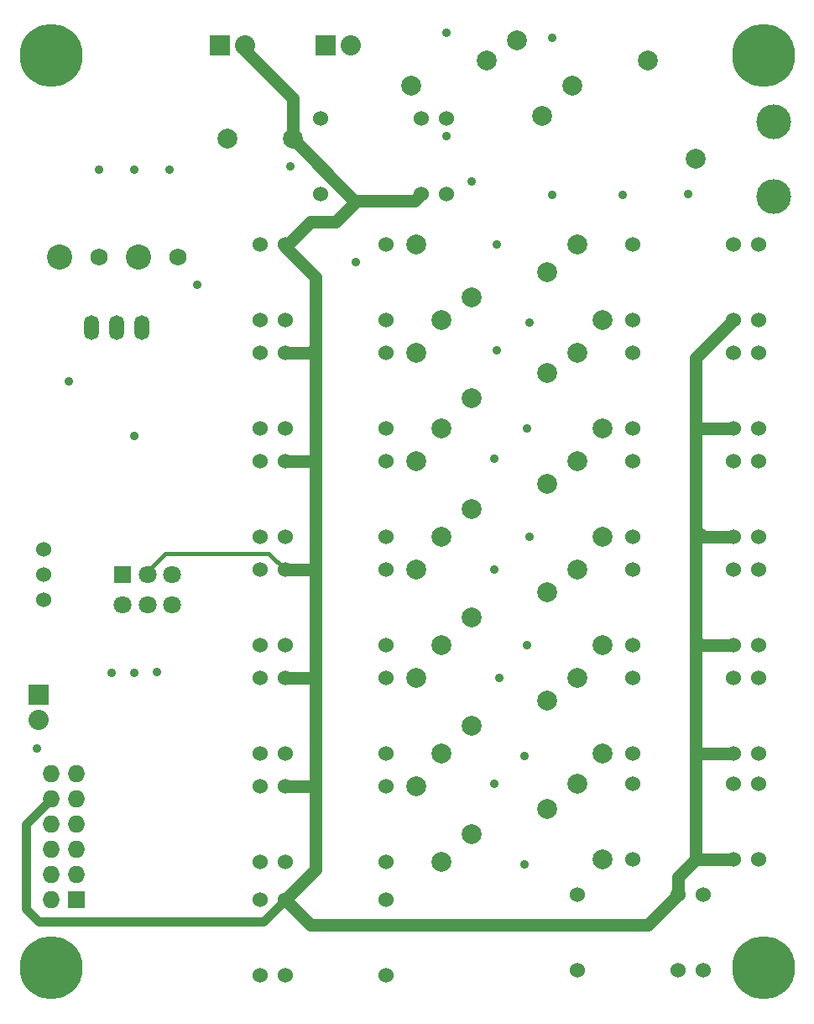
<source format=gbr>
%FSLAX46Y46*%
G04 Gerber Fmt 4.6, Leading zero omitted, Abs format (unit mm)*
G04 Created by KiCad (PCBNEW (2014-10-27 BZR 5228)-product) date 05/09/2015 11:13:03*
%MOMM*%
G01*
G04 APERTURE LIST*
%ADD10C,0.100000*%
%ADD11C,3.500000*%
%ADD12C,2.000000*%
%ADD13C,1.524000*%
%ADD14C,6.350000*%
%ADD15R,2.032000X2.032000*%
%ADD16O,2.032000X2.032000*%
%ADD17O,1.501140X2.499360*%
%ADD18C,2.540000*%
%ADD19C,1.727200*%
%ADD20C,1.998980*%
%ADD21R,1.727200X1.727200*%
%ADD22O,1.727200X1.727200*%
%ADD23R,1.800000X1.800000*%
%ADD24C,1.800000*%
%ADD25C,0.889000*%
%ADD26C,0.381000*%
%ADD27C,0.254000*%
%ADD28C,1.270000*%
%ADD29C,0.910000*%
G04 APERTURE END LIST*
D10*
D11*
X192024000Y-53330000D03*
X192024000Y-45730000D03*
D12*
X184224000Y-49530000D03*
D13*
X118364000Y-91440000D03*
X118364000Y-93980000D03*
X118364000Y-88900000D03*
D14*
X191008000Y-39116000D03*
X119126000Y-39116000D03*
X191008000Y-131064000D03*
X119126000Y-131064000D03*
D15*
X117856000Y-103505000D03*
D16*
X117856000Y-106045000D03*
D13*
X159004000Y-45466000D03*
X156464000Y-45466000D03*
X146304000Y-45466000D03*
X146304000Y-53086000D03*
X159004000Y-53086000D03*
X156464000Y-53086000D03*
X140208000Y-65786000D03*
X142748000Y-65786000D03*
X152908000Y-65786000D03*
X152908000Y-58166000D03*
X140208000Y-58166000D03*
X142748000Y-58166000D03*
X140208000Y-76708000D03*
X142748000Y-76708000D03*
X152908000Y-76708000D03*
X152908000Y-69088000D03*
X140208000Y-69088000D03*
X142748000Y-69088000D03*
X140208000Y-87630000D03*
X142748000Y-87630000D03*
X152908000Y-87630000D03*
X152908000Y-80010000D03*
X140208000Y-80010000D03*
X142748000Y-80010000D03*
X140208000Y-98552000D03*
X142748000Y-98552000D03*
X152908000Y-98552000D03*
X152908000Y-90932000D03*
X140208000Y-90932000D03*
X142748000Y-90932000D03*
X140208000Y-109474000D03*
X142748000Y-109474000D03*
X152908000Y-109474000D03*
X152908000Y-101854000D03*
X140208000Y-101854000D03*
X142748000Y-101854000D03*
X140208000Y-120396000D03*
X142748000Y-120396000D03*
X152908000Y-120396000D03*
X152908000Y-112776000D03*
X140208000Y-112776000D03*
X142748000Y-112776000D03*
X140208000Y-131826000D03*
X142748000Y-131826000D03*
X152908000Y-131826000D03*
X152908000Y-124206000D03*
X140208000Y-124206000D03*
X142748000Y-124206000D03*
X190500000Y-58166000D03*
X187960000Y-58166000D03*
X177800000Y-58166000D03*
X177800000Y-65786000D03*
X190500000Y-65786000D03*
X187960000Y-65786000D03*
X190500000Y-69088000D03*
X187960000Y-69088000D03*
X177800000Y-69088000D03*
X177800000Y-76708000D03*
X190500000Y-76708000D03*
X187960000Y-76708000D03*
X190500000Y-80010000D03*
X187960000Y-80010000D03*
X177800000Y-80010000D03*
X177800000Y-87630000D03*
X190500000Y-87630000D03*
X187960000Y-87630000D03*
X190500000Y-90932000D03*
X187960000Y-90932000D03*
X177800000Y-90932000D03*
X177800000Y-98552000D03*
X190500000Y-98552000D03*
X187960000Y-98552000D03*
X190500000Y-101854000D03*
X187960000Y-101854000D03*
X177800000Y-101854000D03*
X177800000Y-109474000D03*
X190500000Y-109474000D03*
X187960000Y-109474000D03*
X190500000Y-112522000D03*
X187960000Y-112522000D03*
X177800000Y-112522000D03*
X177800000Y-120142000D03*
X190500000Y-120142000D03*
X187960000Y-120142000D03*
D15*
X146812000Y-38100000D03*
D16*
X149352000Y-38100000D03*
D15*
X136144000Y-38100000D03*
D16*
X138684000Y-38100000D03*
D17*
X125730000Y-66548000D03*
X128270000Y-66548000D03*
X123190000Y-66548000D03*
D18*
X119984000Y-59436000D03*
D19*
X123984000Y-59436000D03*
D18*
X127984000Y-59436000D03*
D19*
X131984000Y-59436000D03*
D20*
X179324000Y-39624000D03*
X171704000Y-42164000D03*
X168656000Y-45212000D03*
X166116000Y-37592000D03*
X155956000Y-58166000D03*
X158496000Y-65786000D03*
X155956000Y-69088000D03*
X158496000Y-76708000D03*
X155956000Y-80010000D03*
X158496000Y-87630000D03*
X155956000Y-90932000D03*
X158496000Y-98552000D03*
X155956000Y-101854000D03*
X158496000Y-109474000D03*
X155956000Y-112776000D03*
X158496000Y-120396000D03*
X161544000Y-63500000D03*
X169164000Y-60960000D03*
X161544000Y-73660000D03*
X169164000Y-71120000D03*
X161544000Y-84836000D03*
X169164000Y-82296000D03*
X161544000Y-95758000D03*
X169164000Y-93218000D03*
X161544000Y-106680000D03*
X169164000Y-104140000D03*
X161544000Y-117602000D03*
X169164000Y-115062000D03*
X172212000Y-58166000D03*
X174752000Y-65786000D03*
X172212000Y-69088000D03*
X174752000Y-76708000D03*
X172212000Y-80010000D03*
X174752000Y-87630000D03*
X172212000Y-90932000D03*
X174752000Y-98552000D03*
X172212000Y-101854000D03*
X174752000Y-109474000D03*
X172212000Y-112522000D03*
X174752000Y-120142000D03*
X143507460Y-47498000D03*
X136908540Y-47498000D03*
X163068000Y-39624000D03*
X155448000Y-42164000D03*
D13*
X184912000Y-123698000D03*
X182372000Y-123698000D03*
X172212000Y-123698000D03*
X172212000Y-131318000D03*
X184912000Y-131318000D03*
X182372000Y-131318000D03*
D21*
X121666000Y-124206000D03*
D22*
X119126000Y-124206000D03*
X121666000Y-121666000D03*
X119126000Y-121666000D03*
X121666000Y-119126000D03*
X119126000Y-119126000D03*
X121666000Y-116586000D03*
X119126000Y-116586000D03*
X121666000Y-114046000D03*
X119126000Y-114046000D03*
X121666000Y-111506000D03*
X119126000Y-111506000D03*
D23*
X126365000Y-91440000D03*
D24*
X128865000Y-91440000D03*
X126365000Y-94440000D03*
X131365000Y-91440000D03*
X131365000Y-94440000D03*
X128865000Y-94440000D03*
D25*
X127508000Y-77470000D03*
X133858000Y-62230000D03*
X169672000Y-37338000D03*
X131064000Y-50562000D03*
X127508000Y-50562000D03*
X123952000Y-50562000D03*
X164084000Y-58166000D03*
X167386000Y-66040000D03*
X167132000Y-76708000D03*
X163830000Y-79756000D03*
X164084000Y-68834000D03*
X167386000Y-87630000D03*
X163830000Y-90932000D03*
X167132000Y-98552000D03*
X164338000Y-101854000D03*
X166878000Y-109728000D03*
X163830000Y-112522000D03*
X166878000Y-120650000D03*
X143256000Y-50292000D03*
X159004000Y-36830000D03*
X183388000Y-53086000D03*
X159004000Y-47244000D03*
X169672000Y-53166000D03*
X176784000Y-53166000D03*
X161544000Y-51816000D03*
X149860000Y-59944000D03*
X117729000Y-108966000D03*
X120904000Y-71962000D03*
X125222000Y-101346000D03*
X127508000Y-101346000D03*
X129794000Y-101219000D03*
D26*
X142748000Y-90932000D02*
X141097000Y-89281000D01*
X141097000Y-89281000D02*
X130683000Y-89281000D01*
X130683000Y-89281000D02*
X128865000Y-91099000D01*
D27*
X128865000Y-91099000D02*
X128865000Y-91440000D01*
D26*
X142748000Y-90932000D02*
X142748000Y-90678000D01*
X142748000Y-80010000D02*
X142494000Y-80010000D01*
D28*
X149733000Y-53721000D02*
X155829000Y-53721000D01*
X155829000Y-53721000D02*
X156464000Y-53086000D01*
X143507460Y-47498000D02*
X143510000Y-47498000D01*
X143510000Y-47498000D02*
X149733000Y-53721000D01*
X149733000Y-53721000D02*
X149860000Y-53848000D01*
X138684000Y-38100000D02*
X138684000Y-38608000D01*
X138684000Y-38608000D02*
X143507460Y-43431460D01*
X143507460Y-43431460D02*
X143507460Y-47498000D01*
X187960000Y-76708000D02*
X184150000Y-76708000D01*
X187960000Y-87630000D02*
X184150000Y-87630000D01*
X184658000Y-87376000D02*
X184150000Y-87376000D01*
X184404000Y-87376000D02*
X184658000Y-87376000D01*
X184150000Y-87630000D02*
X184404000Y-87376000D01*
X187960000Y-98552000D02*
X184150000Y-98552000D01*
X184404000Y-98298000D02*
X184150000Y-98298000D01*
X184150000Y-98552000D02*
X184404000Y-98298000D01*
X187960000Y-109474000D02*
X184150000Y-109474000D01*
X184150000Y-109474000D02*
X184658000Y-109474000D01*
X184658000Y-109474000D02*
X184150000Y-109474000D01*
X187960000Y-120142000D02*
X184150000Y-120142000D01*
X184150000Y-120142000D02*
X184658000Y-120142000D01*
X184658000Y-120142000D02*
X184150000Y-120142000D01*
X184150000Y-69596000D02*
X187960000Y-65786000D01*
X184150000Y-120142000D02*
X184150000Y-109474000D01*
X184150000Y-109474000D02*
X184150000Y-98298000D01*
X184150000Y-98298000D02*
X184150000Y-87376000D01*
X184150000Y-87376000D02*
X184150000Y-76708000D01*
X184150000Y-76708000D02*
X184150000Y-69596000D01*
X142748000Y-69088000D02*
X145796000Y-69088000D01*
X145542000Y-68834000D02*
X145796000Y-68834000D01*
X145796000Y-69088000D02*
X145542000Y-68834000D01*
X142748000Y-80010000D02*
X145796000Y-80010000D01*
X145796000Y-80010000D02*
X145542000Y-80010000D01*
X145542000Y-80010000D02*
X145796000Y-80010000D01*
X142748000Y-90932000D02*
X145796000Y-90932000D01*
X145796000Y-90932000D02*
X145542000Y-90932000D01*
X145542000Y-90932000D02*
X145796000Y-90932000D01*
X142748000Y-101854000D02*
X145796000Y-101854000D01*
X145796000Y-101854000D02*
X145542000Y-101854000D01*
X145542000Y-101854000D02*
X145796000Y-101854000D01*
X142748000Y-112776000D02*
X145796000Y-112776000D01*
X142748000Y-58166000D02*
X142748000Y-58420000D01*
X142748000Y-58420000D02*
X144272000Y-59944000D01*
X144272000Y-59944000D02*
X145796000Y-61468000D01*
X145796000Y-61468000D02*
X145796000Y-68834000D01*
X145796000Y-68834000D02*
X145796000Y-80010000D01*
X145796000Y-80010000D02*
X145796000Y-90932000D01*
X145796000Y-90932000D02*
X145796000Y-101854000D01*
X145796000Y-101854000D02*
X145796000Y-104902000D01*
X145796000Y-104902000D02*
X145796000Y-106680000D01*
X145796000Y-106680000D02*
X145796000Y-112776000D01*
X182372000Y-121920000D02*
X184150000Y-120142000D01*
X182372000Y-123698000D02*
X182372000Y-121920000D01*
X180340000Y-125730000D02*
X179324000Y-126746000D01*
X179324000Y-126746000D02*
X145288000Y-126746000D01*
X145288000Y-126746000D02*
X142748000Y-124206000D01*
X182372000Y-123698000D02*
X180340000Y-125730000D01*
X145796000Y-121158000D02*
X145796000Y-112776000D01*
X142748000Y-124206000D02*
X145796000Y-121158000D01*
X145288000Y-55880000D02*
X147828000Y-55880000D01*
X147828000Y-55880000D02*
X149860000Y-53848000D01*
X143002000Y-58166000D02*
X145288000Y-55880000D01*
X142748000Y-58166000D02*
X143002000Y-58166000D01*
D29*
X140589000Y-126365000D02*
X117856000Y-126365000D01*
X117856000Y-126365000D02*
X116586000Y-125095000D01*
X116586000Y-125095000D02*
X116586000Y-116586000D01*
X116586000Y-116586000D02*
X119126000Y-114046000D01*
X142748000Y-124206000D02*
X140589000Y-126365000D01*
M02*

</source>
